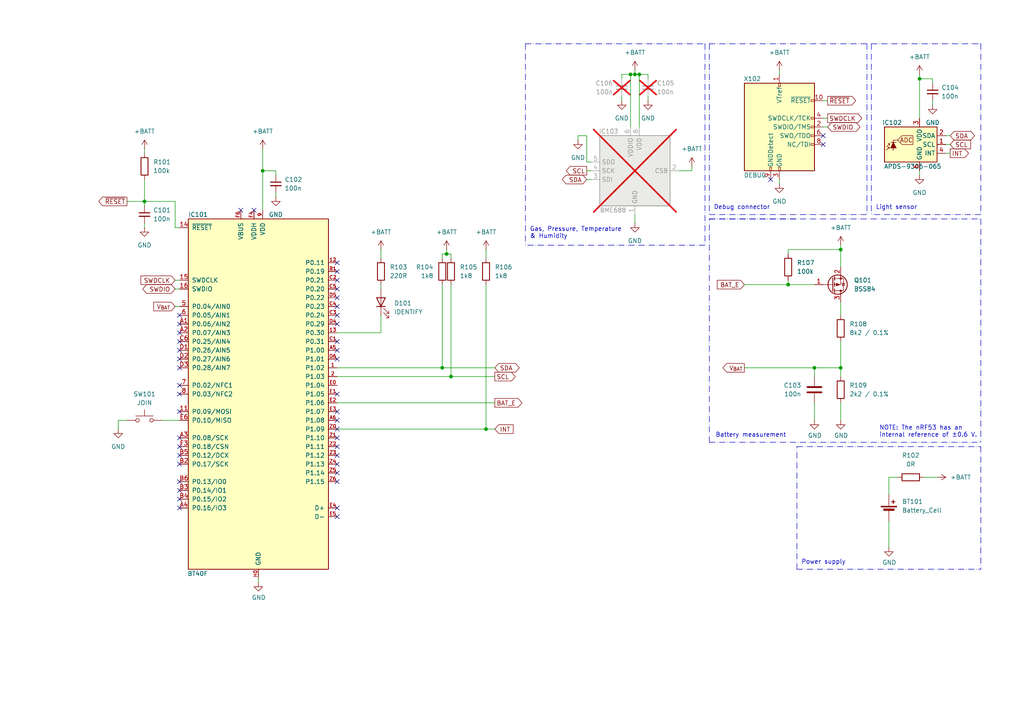
<source format=kicad_sch>
(kicad_sch (version 20231120) (generator "eeschema") (generator_version "8.0")
  (paper "A4")
  (title_block (title "BeeLight") (date "2024-12-14") (rev "1") (comment 1 "https://github.com/Kampi/BeeLight"))
  (lib_symbols
    (symbol "Bosch:BME688"
      (property "Reference" "IC" (at -8.89 11.43 0))
      (property "Value" "BME688" (at -6.35 -11.43 0))
      (symbol "BME688_0_1"
        (rectangle (start -10.16 10.16) (end 10.16 -10.16) (stroke (width 0.254)) (fill (type background)))
      )
      (symbol "BME688_1_1"
        (pin power_in line (at 0 -12.7 90) (length 2.54) (name "GND") (number "1"))
        (pin input line (at 12.7 0 180) (length 2.54) (name "CSB") (number "2"))
        (pin bidirectional line (at -12.7 -2.54 0) (length 2.54) (name "SDI") (number "3"))
        (pin input line (at -12.7 0 0) (length 2.54) (name "SCK") (number "4"))
        (pin bidirectional line (at -12.7 2.54 0) (length 2.54) (name "SDO") (number "5"))
        (pin power_in line (at -1.27 12.7 270) (length 2.54) (name "VDDIO") (number "6"))
        (pin power_in line (at 0 -12.7 90) (length 2.54) hide (name "GND") (number "7"))
        (pin power_in line (at 1.27 12.7 270) (length 2.54) (name "VDD") (number "8"))
      )
    )
    (symbol "Connector:Conn_ARM_JTAG_SWD_10" (pin_names (offset 1.016))
      (property "Reference" "J" (at -2.54 16.51 0))
      (property "Value" "Conn_ARM_JTAG_SWD_10" (at -2.54 13.97 0))
      (symbol "Conn_ARM_JTAG_SWD_10_0_1"
        (rectangle (start -10.16 12.7) (end 10.16 -12.7) (stroke (width 0.254)) (fill (type background)))
        (rectangle (start -2.794 -12.7) (end -2.286 -11.684))
        (rectangle (start -0.254 -12.7) (end 0.254 -11.684))
        (rectangle (start -0.254 12.7) (end 0.254 11.684))
        (rectangle (start 9.144 2.286) (end 10.16 2.794))
        (rectangle (start 10.16 -2.794) (end 9.144 -2.286))
        (rectangle (start 10.16 -0.254) (end 9.144 0.254))
        (rectangle (start 10.16 7.874) (end 9.144 7.366))
      )
      (symbol "Conn_ARM_JTAG_SWD_10_1_1"
        (rectangle (start 9.144 -5.334) (end 10.16 -4.826))
        (pin power_in line (at 0 15.24 270) (length 2.54) (name "VTref") (number "1"))
        (pin open_collector line (at 12.7 7.62 180) (length 2.54) (name "~{RESET}") (number "10"))
        (pin bidirectional line (at 12.7 0 180) (length 2.54) (name "SWDIO/TMS") (number "2"))
        (pin power_in line (at 0 -15.24 90) (length 2.54) (name "GND") (number "3"))
        (pin output line (at 12.7 2.54 180) (length 2.54) (name "SWDCLK/TCK") (number "4"))
        (pin passive line (at 0 -15.24 90) (length 2.54) hide (name "GND") (number "5"))
        (pin input line (at 12.7 -2.54 180) (length 2.54) (name "SWO/TDO") (number "6"))
        (pin no_connect line (at -10.16 0 0) (length 2.54) hide (name "KEY") (number "7"))
        (pin output line (at 12.7 -5.08 180) (length 2.54) (name "NC/TDI") (number "8"))
        (pin passive line (at -2.54 -15.24 90) (length 2.54) (name "GNDDetect") (number "9"))
      )
    )
    (symbol "Device:Battery_Cell" (pin_numbers hide) (pin_names (offset 0) hide)
      (property "Reference" "BT" (at 2.54 2.54 0))
      (property "Value" "Battery_Cell" (at 2.54 0 0))
      (symbol "Battery_Cell_0_1"
        (rectangle (start -2.286 1.778) (end 2.286 1.524) (fill (type outline)))
        (rectangle (start -1.524 1.016) (end 1.524 0.508) (fill (type outline)))
        (polyline (pts (xy 0 0.762) (xy 0 0)))
        (polyline (pts (xy 0 1.778) (xy 0 2.54)))
        (polyline (pts (xy 0.762 3.048) (xy 1.778 3.048)) (stroke (width 0.254)))
        (polyline (pts (xy 1.27 3.556) (xy 1.27 2.54)) (stroke (width 0.254)))
      )
      (symbol "Battery_Cell_1_1"
        (pin passive line (at 0 5.08 270) (length 2.54) (name "+") (number "1"))
        (pin passive line (at 0 -2.54 90) (length 2.54) (name "-") (number "2"))
      )
    )
    (symbol "Device:C" (pin_numbers hide) (pin_names (offset 0.254))
      (property "Reference" "C" (at 0.635 2.54 0))
      (property "Value" "C" (at 0.635 -2.54 0))
      (symbol "C_0_1"
        (polyline (pts (xy -2.032 -0.762) (xy 2.032 -0.762)) (stroke (width 0.508)))
        (polyline (pts (xy -2.032 0.762) (xy 2.032 0.762)) (stroke (width 0.508)))
      )
      (symbol "C_1_1"
        (pin passive line (at 0 3.81 270) (length 2.794) (name "~") (number "1"))
        (pin passive line (at 0 -3.81 90) (length 2.794) (name "~") (number "2"))
      )
    )
    (symbol "Device:C_Small" (pin_numbers hide) (pin_names (offset 0.254) hide)
      (property "Reference" "C" (at 0.254 1.778 0))
      (property "Value" "C_Small" (at 0.254 -2.032 0))
      (symbol "C_Small_0_1"
        (polyline (pts (xy -1.524 -0.508) (xy 1.524 -0.508)) (stroke (width 0.3302)))
        (polyline (pts (xy -1.524 0.508) (xy 1.524 0.508)) (stroke (width 0.3048)))
      )
      (symbol "C_Small_1_1"
        (pin passive line (at 0 2.54 270) (length 2.032) (name "~") (number "1"))
        (pin passive line (at 0 -2.54 90) (length 2.032) (name "~") (number "2"))
      )
    )
    (symbol "Device:LED" (pin_numbers hide) (pin_names (offset 1.016) hide)
      (property "Reference" "D" (at 0 2.54 0))
      (property "Value" "LED" (at 0 -2.54 0))
      (symbol "LED_0_1"
        (polyline (pts (xy -1.27 -1.27) (xy -1.27 1.27)) (stroke (width 0.254)))
        (polyline (pts (xy -1.27 0) (xy 1.27 0)))
        (polyline (pts (xy 1.27 -1.27) (xy 1.27 1.27) (xy -1.27 0) (xy 1.27 -1.27)) (stroke (width 0.254)))
        (polyline (pts (xy -3.048 -0.762) (xy -4.572 -2.286) (xy -3.81 -2.286) (xy -4.572 -2.286) (xy -4.572 -1.524)))
        (polyline (pts (xy -1.778 -0.762) (xy -3.302 -2.286) (xy -2.54 -2.286) (xy -3.302 -2.286) (xy -3.302 -1.524)))
      )
      (symbol "LED_1_1"
        (pin passive line (at -3.81 0 0) (length 2.54) (name "K") (number "1"))
        (pin passive line (at 3.81 0 180) (length 2.54) (name "A") (number "2"))
      )
    )
    (symbol "Device:R" (pin_numbers hide) (pin_names (offset 0))
      (property "Reference" "R" (at 2.032 0 90))
      (property "Value" "R" (at 0 0 90))
      (symbol "R_0_1"
        (rectangle (start -1.016 -2.54) (end 1.016 2.54) (stroke (width 0.254)))
      )
      (symbol "R_1_1"
        (pin passive line (at 0 3.81 270) (length 1.27) (name "~") (number "1"))
        (pin passive line (at 0 -3.81 90) (length 1.27) (name "~") (number "2"))
      )
    )
    (symbol "Fanstel:BT40F" (pin_names (offset 1.016))
      (property "Reference" "IC" (at -20.32 51.689 0))
      (property "Value" "BT40F" (at -20.32 -53.34 0))
      (symbol "BT40F_0_0"
        (rectangle (start -20.32 50.8) (end 20.32 -50.8) (stroke (width 0.254)) (fill (type background)))
        (pin bidirectional line (at 22.86 7.62 180) (length 2.54) (name "P1.02") (number "1"))
        (pin bidirectional line (at -22.86 -5.08 0) (length 2.54) (name "P0.09/MOSI") (number "11"))
        (pin bidirectional line (at 22.86 38.1 180) (length 2.54) (name "P0.11") (number "12"))
        (pin bidirectional line (at 22.86 17.78 180) (length 2.54) (name "P0.30") (number "13"))
        (pin input line (at -22.86 48.26 0) (length 2.54) (name "~{RESET}") (number "14"))
        (pin bidirectional line (at -22.86 30.48 0) (length 2.54) (name "SWDIO") (number "16"))
        (pin bidirectional line (at 22.86 5.08 180) (length 2.54) (name "P1.03") (number "2"))
        (pin no_connect line (at 22.86 -43.18 180) (length 2.54) hide (name "NC") (number "3"))
        (pin no_connect line (at 22.86 -38.1 180) (length 2.54) hide (name "NC") (number "4"))
        (pin bidirectional line (at -22.86 25.4 0) (length 2.54) (name "P0.04/AIN0") (number "5"))
        (pin bidirectional line (at -22.86 22.86 0) (length 2.54) (name "P0.05/AIN1") (number "6"))
        (pin bidirectional line (at -22.86 2.54 0) (length 2.54) (name "P0.02/NFC1") (number "7"))
        (pin bidirectional line (at -22.86 0 0) (length 2.54) (name "P0.03/NFC2") (number "8"))
        (pin power_in line (at 1.27 53.34 270) (length 2.54) (name "VDD") (number "9"))
        (pin power_in line (at 0 -53.34 90) (length 2.54) hide (name "GND") (number "A0"))
        (pin bidirectional line (at -22.86 20.32 0) (length 2.54) (name "P0.06/AIN2") (number "A1"))
        (pin bidirectional line (at -22.86 17.78 0) (length 2.54) (name "P0.07/AIN3") (number "A2"))
        (pin bidirectional line (at -22.86 -12.7 0) (length 2.54) (name "P0.08/SCK") (number "A3"))
        (pin bidirectional line (at -22.86 -33.02 0) (length 2.54) (name "P0.16/IO3") (number "A4"))
        (pin bidirectional line (at 22.86 12.7 180) (length 2.54) (name "P1.00") (number "A5"))
        (pin bidirectional line (at 22.86 -7.62 180) (length 2.54) (name "P1.08") (number "A6"))
        (pin power_in line (at 0 -53.34 90) (length 2.54) hide (name "GND") (number "B0"))
        (pin bidirectional line (at 22.86 35.56 180) (length 2.54) (name "P0.19") (number "B1"))
        (pin bidirectional line (at -22.86 -20.32 0) (length 2.54) (name "P0.17/SCK") (number "B2"))
        (pin bidirectional line (at -22.86 -27.94 0) (length 2.54) (name "P0.14/IO1") (number "B3"))
        (pin bidirectional line (at -22.86 -30.48 0) (length 2.54) (name "P0.15/IO2") (number "B4"))
        (pin bidirectional line (at -22.86 -17.78 0) (length 2.54) (name "P0.12/DCX") (number "B5"))
        (pin bidirectional line (at -22.86 -25.4 0) (length 2.54) (name "P0.13/IO0") (number "B6"))
        (pin power_in line (at 0 -53.34 90) (length 2.54) hide (name "GND") (number "C0"))
        (pin bidirectional line (at 22.86 15.24 180) (length 2.54) (name "P0.31") (number "C1"))
        (pin bidirectional line (at 22.86 33.02 180) (length 2.54) (name "P0.21") (number "C2"))
        (pin bidirectional line (at 22.86 22.86 180) (length 2.54) (name "P0.24") (number "C3"))
        (pin bidirectional line (at 22.86 25.4 180) (length 2.54) (name "P0.23") (number "C4"))
        (pin bidirectional line (at 22.86 30.48 180) (length 2.54) (name "P0.20") (number "C5"))
        (pin bidirectional line (at -22.86 15.24 0) (length 2.54) (name "P0.25/AIN4") (number "C6"))
        (pin power_in line (at 0 -53.34 90) (length 2.54) hide (name "GND") (number "D0"))
        (pin bidirectional line (at -22.86 12.7 0) (length 2.54) (name "P0.26/AIN5") (number "D1"))
        (pin bidirectional line (at -22.86 10.16 0) (length 2.54) (name "P0.27/AIN6") (number "D2"))
        (pin bidirectional line (at -22.86 7.62 0) (length 2.54) (name "P0.28/AIN7") (number "D3"))
        (pin bidirectional line (at 22.86 20.32 180) (length 2.54) (name "P0.29") (number "D4"))
        (pin bidirectional line (at 22.86 27.94 180) (length 2.54) (name "P0.22") (number "D5"))
        (pin bidirectional line (at 22.86 10.16 180) (length 2.54) (name "P1.01") (number "D6"))
        (pin bidirectional line (at 22.86 2.54 180) (length 2.54) (name "P1.04") (number "E0"))
        (pin bidirectional line (at 22.86 0 180) (length 2.54) (name "P1.05") (number "E1"))
        (pin bidirectional line (at 22.86 -2.54 180) (length 2.54) (name "P1.06") (number "E2"))
        (pin bidirectional line (at 22.86 -5.08 180) (length 2.54) (name "P1.07") (number "E3"))
        (pin bidirectional line (at 22.86 -33.02 180) (length 2.54) (name "D+") (number "E4"))
        (pin bidirectional line (at 22.86 -35.56 180) (length 2.54) (name "D-") (number "E5"))
        (pin bidirectional line (at -22.86 -7.62 0) (length 2.54) (name "P0.10/MISO") (number "E6"))
        (pin bidirectional line (at -22.86 -15.24 0) (length 2.54) (name "P0.18/CSN") (number "F3"))
        (pin power_in line (at -1.27 53.34 270) (length 2.54) (name "VDDH") (number "F4"))
        (pin no_connect line (at 22.86 -40.64 180) (length 2.54) hide (name "NC") (number "F5"))
        (pin power_in line (at -5.08 53.34 270) (length 2.54) (name "VBUS") (number "F6"))
        (pin power_in line (at 0 -53.34 90) (length 2.54) (name "GND") (number "H0"))
        (pin power_in line (at 0 -53.34 90) (length 2.54) hide (name "GND") (number "H1"))
        (pin power_in line (at 0 -53.34 90) (length 2.54) hide (name "GND") (number "H2"))
        (pin power_in line (at 0 -53.34 90) (length 2.54) hide (name "GND") (number "H3"))
        (pin bidirectional line (at 22.86 -10.16 180) (length 2.54) (name "P1.09") (number "Z0"))
        (pin bidirectional line (at 22.86 -12.7 180) (length 2.54) (name "P1.10") (number "Z1"))
        (pin bidirectional line (at 22.86 -15.24 180) (length 2.54) (name "P1.11") (number "Z2"))
        (pin bidirectional line (at 22.86 -17.78 180) (length 2.54) (name "P1.12") (number "Z3"))
        (pin bidirectional line (at 22.86 -20.32 180) (length 2.54) (name "P1.13") (number "Z4"))
        (pin bidirectional line (at 22.86 -22.86 180) (length 2.54) (name "P1.14") (number "Z5"))
        (pin bidirectional line (at 22.86 -25.4 180) (length 2.54) (name "P1.15") (number "Z6"))
      )
      (symbol "BT40F_1_0"
        (pin power_in line (at 0 -53.34 90) (length 2.54) hide (name "GND") (number "10"))
        (pin input line (at -22.86 33.02 0) (length 2.54) (name "SWDCLK") (number "15"))
      )
    )
    (symbol "Sensor_Optical:APDS-9306-065"
      (property "Reference" "U" (at -6.35 6.35 0))
      (property "Value" "APDS-9306-065" (at 3.81 6.35 0))
      (symbol "APDS-9306-065_0_0"
        (polyline (pts (xy -3.81 1.27) (xy -2.54 2.54) (xy 0.635 2.54) (xy 0.635 0) (xy -2.54 0) (xy -3.81 1.27)))
        (text "ADC" (at -1.27 1.27 0) (effects (font (size 1.27 1.27))))
      )
      (symbol "APDS-9306-065_0_1"
        (rectangle (start -7.62 5.08) (end 7.62 -5.08) (stroke (width 0.254)) (fill (type background)))
      )
      (symbol "APDS-9306-065_1_0"
        (polyline (pts (xy -5.08 -1.524) (xy -5.08 1.27) (xy -3.81 1.27)))
      )
      (symbol "APDS-9306-065_1_1"
        (polyline (pts (xy -6.223 -0.762) (xy -7.112 -1.651)))
        (polyline (pts (xy -6.223 -0.762) (xy -6.731 -0.762)))
        (polyline (pts (xy -6.223 -0.762) (xy -6.223 -1.27)))
        (polyline (pts (xy -6.096 0.254) (xy -6.985 -0.635)))
        (polyline (pts (xy -6.096 0.254) (xy -6.604 0.254)))
        (polyline (pts (xy -6.096 0.254) (xy -6.096 -0.254)))
        (polyline (pts (xy -5.842 0.635) (xy -4.191 0.635)))
        (polyline (pts (xy -4.826 -1.524) (xy -5.334 -1.524)))
        (polyline (pts (xy -5.842 -1.016) (xy -4.191 -1.016) (xy -5.08 0.635) (xy -5.842 -1.016)) (fill (type outline)))
        (pin input line (at 10.16 0 180) (length 2.54) (name "SCL") (number "1"))
        (pin bidirectional line (at 10.16 2.54 180) (length 2.54) (name "SDA") (number "2"))
        (pin power_in line (at 2.54 7.62 270) (length 2.54) (name "VDD") (number "3"))
        (pin open_collector line (at 10.16 -2.54 180) (length 2.54) (name "INT") (number "4"))
        (pin no_connect line (at -7.62 2.54 0) (length 2.54) hide (name "NC") (number "5"))
        (pin power_in line (at 2.54 -7.62 90) (length 2.54) (name "GND") (number "6"))
      )
    )
    (symbol "Switch:SW_Push" (pin_numbers hide) (pin_names (offset 1.016) hide)
      (property "Reference" "SW" (at 1.27 2.54 0))
      (property "Value" "SW_Push" (at 0 -1.524 0))
      (symbol "SW_Push_0_1"
        (circle (center -2.032 0) (radius 0.508))
        (polyline (pts (xy 0 1.27) (xy 0 3.048)))
        (polyline (pts (xy 2.54 1.27) (xy -2.54 1.27)))
        (circle (center 2.032 0) (radius 0.508))
        (pin passive line (at -5.08 0 0) (length 2.54) (name "1") (number "1"))
        (pin passive line (at 5.08 0 180) (length 2.54) (name "2") (number "2"))
      )
    )
    (symbol "Transistor_FET:BSS84" (pin_names hide)
      (property "Reference" "Q" (at 5.08 1.905 0))
      (property "Value" "BSS84" (at 5.08 0 0))
      (symbol "BSS84_0_1"
        (polyline (pts (xy 0.254 0) (xy -2.54 0)))
        (polyline (pts (xy 0.254 1.905) (xy 0.254 -1.905)) (stroke (width 0.254)))
        (polyline (pts (xy 0.762 -1.27) (xy 0.762 -2.286)) (stroke (width 0.254)))
        (polyline (pts (xy 0.762 0.508) (xy 0.762 -0.508)) (stroke (width 0.254)))
        (polyline (pts (xy 0.762 2.286) (xy 0.762 1.27)) (stroke (width 0.254)))
        (polyline (pts (xy 2.54 2.54) (xy 2.54 1.778)))
        (polyline (pts (xy 2.54 -2.54) (xy 2.54 0) (xy 0.762 0)))
        (polyline (pts (xy 0.762 1.778) (xy 3.302 1.778) (xy 3.302 -1.778) (xy 0.762 -1.778)))
        (polyline (pts (xy 2.286 0) (xy 1.27 0.381) (xy 1.27 -0.381) (xy 2.286 0)) (fill (type outline)))
        (polyline (pts (xy 2.794 -0.508) (xy 2.921 -0.381) (xy 3.683 -0.381) (xy 3.81 -0.254)))
        (polyline (pts (xy 3.302 -0.381) (xy 2.921 0.254) (xy 3.683 0.254) (xy 3.302 -0.381)))
        (circle (center 1.651 0) (radius 2.794) (stroke (width 0.254)))
        (circle (center 2.54 -1.778) (radius 0.254) (fill (type outline)))
        (circle (center 2.54 1.778) (radius 0.254) (fill (type outline)))
      )
      (symbol "BSS84_1_1"
        (pin input line (at -5.08 0 0) (length 2.54) (name "G") (number "1"))
        (pin passive line (at 2.54 -5.08 90) (length 2.54) (name "S") (number "2"))
        (pin passive line (at 2.54 5.08 270) (length 2.54) (name "D") (number "3"))
      )
    )
    (symbol "power:+BATT" (power) (pin_numbers hide) (pin_names (offset 0) hide)
      (property "Value" "+BATT" (at 0 3.556 0))
      (symbol "+BATT_0_1"
        (polyline (pts (xy -0.762 1.27) (xy 0 2.54)))
        (polyline (pts (xy 0 0) (xy 0 2.54)))
        (polyline (pts (xy 0 2.54) (xy 0.762 1.27)))
      )
      (symbol "+BATT_1_1"
        (pin power_in line (at 0 0 90) (length 0) (name "~") (number "1"))
      )
    )
    (symbol "power:GND" (power) (pin_numbers hide) (pin_names (offset 0) hide)
      (property "Value" "GND" (at 0 -3.81 0))
      (symbol "GND_0_1"
        (polyline (pts (xy 0 0) (xy 0 -1.27) (xy 1.27 -1.27) (xy 0 -2.54) (xy -1.27 -1.27) (xy 0 -1.27)))
      )
      (symbol "GND_1_1"
        (pin power_in line (at 0 0 270) (length 0) (name "~") (number "1"))
      )
    )
  )
  (junction (at 140.97 124.46))
  (junction (at 236.22 106.68))
  (junction (at 129.54 73.66))
  (junction (at 130.81 109.22))
  (junction (at 185.42 21.59))
  (junction (at 41.91 58.42))
  (junction (at 128.27 106.68))
  (junction (at 182.88 21.59))
  (junction (at 266.7 22.86))
  (junction (at 243.84 72.39))
  (junction (at 243.84 106.68))
  (junction (at 184.15 21.59))
  (junction (at 228.6 82.55))
  (junction (at 76.2 49.53))
  (no_connect (at 97.79 149.86))
  (no_connect (at 97.79 139.7))
  (no_connect (at 97.79 101.6))
  (no_connect (at 52.07 99.06))
  (no_connect (at 52.07 106.68))
  (no_connect (at 97.79 81.28))
  (no_connect (at 97.79 76.2))
  (no_connect (at 52.07 134.62))
  (no_connect (at 52.07 144.78))
  (no_connect (at 97.79 147.32))
  (no_connect (at 223.52 52.07))
  (no_connect (at 52.07 127))
  (no_connect (at 52.07 139.7))
  (no_connect (at 52.07 142.24))
  (no_connect (at 97.79 99.06))
  (no_connect (at 73.66 60.96))
  (no_connect (at 97.79 91.44))
  (no_connect (at 52.07 129.54))
  (no_connect (at 97.79 83.82))
  (no_connect (at 52.07 91.44))
  (no_connect (at 52.07 147.32))
  (no_connect (at 97.79 114.3))
  (no_connect (at 97.79 88.9))
  (no_connect (at 97.79 137.16))
  (no_connect (at 97.79 134.62))
  (no_connect (at 97.79 132.08))
  (no_connect (at 238.76 41.91))
  (no_connect (at 97.79 104.14))
  (no_connect (at 97.79 86.36))
  (no_connect (at 52.07 132.08))
  (no_connect (at 97.79 121.92))
  (no_connect (at 52.07 114.3))
  (no_connect (at 97.79 127))
  (no_connect (at 97.79 78.74))
  (no_connect (at 52.07 101.6))
  (no_connect (at 97.79 124.46))
  (no_connect (at 52.07 96.52))
  (no_connect (at 97.79 129.54))
  (no_connect (at 52.07 104.14))
  (no_connect (at 97.79 93.98))
  (no_connect (at 97.79 119.38))
  (no_connect (at 52.07 119.38))
  (no_connect (at 52.07 111.76))
  (no_connect (at 69.85 60.96))
  (no_connect (at 238.76 39.37))
  (no_connect (at 52.07 93.98))
  (wire (pts (xy 266.7 21.59) (xy 266.7 22.86)))
  (wire (pts (xy 238.76 34.29) (xy 240.03 34.29)))
  (wire (pts (xy 130.81 109.22) (xy 143.51 109.22)))
  (wire (pts (xy 236.22 116.84) (xy 236.22 121.92)))
  (wire (pts (xy 50.8 83.82) (xy 52.07 83.82)))
  (wire (pts (xy 129.54 73.66) (xy 130.81 73.66)))
  (polyline (pts (xy 205.74 62.23) (xy 251.46 62.23)) (stroke (width 0) (type dash_dot)))
  (wire (pts (xy 170.18 46.99) (xy 171.45 46.99)))
  (wire (pts (xy 243.84 71.12) (xy 243.84 72.39)))
  (polyline (pts (xy 252.73 12.7) (xy 284.48 12.7)) (stroke (width 0) (type dash_dot)))
  (wire (pts (xy 76.2 43.18) (xy 76.2 49.53)))
  (wire (pts (xy 274.32 41.91) (xy 275.59 41.91)))
  (wire (pts (xy 274.32 44.45) (xy 275.59 44.45)))
  (wire (pts (xy 236.22 106.68) (xy 236.22 109.22)))
  (wire (pts (xy 110.49 82.55) (xy 110.49 83.82)))
  (wire (pts (xy 80.01 50.8) (xy 80.01 49.53)))
  (wire (pts (xy 267.97 138.43) (xy 271.78 138.43)))
  (wire (pts (xy 128.27 106.68) (xy 143.51 106.68)))
  (wire (pts (xy 243.84 72.39) (xy 243.84 77.47)))
  (polyline (pts (xy 205.74 128.27) (xy 284.48 128.27)) (stroke (width 0) (type dash_dot)))
  (wire (pts (xy 200.66 49.53) (xy 200.66 48.26)))
  (polyline (pts (xy 284.48 12.7) (xy 284.48 62.23)) (stroke (width 0) (type dash_dot)))
  (wire (pts (xy 243.84 99.06) (xy 243.84 106.68)))
  (wire (pts (xy 228.6 82.55) (xy 236.22 82.55)))
  (wire (pts (xy 170.18 52.07) (xy 171.45 52.07)))
  (wire (pts (xy 236.22 106.68) (xy 243.84 106.68)))
  (wire (pts (xy 243.84 106.68) (xy 243.84 109.22)))
  (wire (pts (xy 129.54 72.39) (xy 129.54 73.66)))
  (wire (pts (xy 34.29 121.92) (xy 34.29 124.46)))
  (wire (pts (xy 228.6 73.66) (xy 228.6 72.39)))
  (wire (pts (xy 238.76 29.21) (xy 240.03 29.21)))
  (polyline (pts (xy 252.73 12.7) (xy 252.73 62.23)) (stroke (width 0) (type dash_dot)))
  (wire (pts (xy 180.34 21.59) (xy 182.88 21.59)))
  (wire (pts (xy 185.42 21.59) (xy 185.42 36.83)))
  (wire (pts (xy 226.06 52.07) (xy 226.06 53.34)))
  (wire (pts (xy 97.79 109.22) (xy 130.81 109.22)))
  (wire (pts (xy 50.8 88.9) (xy 52.07 88.9)))
  (wire (pts (xy 110.49 72.39) (xy 110.49 74.93)))
  (wire (pts (xy 110.49 91.44) (xy 110.49 96.52)))
  (polyline (pts (xy 284.48 62.23) (xy 252.73 62.23)) (stroke (width 0) (type dash_dot)))
  (wire (pts (xy 243.84 91.44) (xy 243.84 87.63)))
  (wire (pts (xy 182.88 21.59) (xy 182.88 36.83)))
  (wire (pts (xy 41.91 52.07) (xy 41.91 58.42)))
  (wire (pts (xy 257.81 143.51) (xy 257.81 138.43)))
  (polyline (pts (xy 204.47 12.7) (xy 204.47 71.12)) (stroke (width 0) (type dash_dot)))
  (wire (pts (xy 185.42 21.59) (xy 187.96 21.59)))
  (wire (pts (xy 130.81 82.55) (xy 130.81 109.22)))
  (polyline (pts (xy 205.74 12.7) (xy 251.46 12.7)) (stroke (width 0) (type dash_dot)))
  (wire (pts (xy 184.15 62.23) (xy 184.15 64.77)))
  (wire (pts (xy 274.32 39.37) (xy 275.59 39.37)))
  (wire (pts (xy 170.18 49.53) (xy 171.45 49.53)))
  (polyline (pts (xy 231.14 129.54) (xy 284.48 129.54)) (stroke (width 0) (type dash_dot)))
  (wire (pts (xy 184.15 21.59) (xy 182.88 21.59)))
  (polyline (pts (xy 152.4 12.7) (xy 204.47 12.7)) (stroke (width 0) (type dash_dot)))
  (wire (pts (xy 50.8 58.42) (xy 50.8 66.04)))
  (polyline (pts (xy 231.14 165.1) (xy 284.48 165.1)) (stroke (width 0) (type dash_dot)))
  (wire (pts (xy 36.83 121.92) (xy 34.29 121.92)))
  (polyline (pts (xy 205.74 63.5) (xy 284.48 63.5)) (stroke (width 0) (type dash_dot)))
  (wire (pts (xy 97.79 124.46) (xy 140.97 124.46)))
  (wire (pts (xy 257.81 138.43) (xy 260.35 138.43)))
  (polyline (pts (xy 205.74 12.7) (xy 205.74 62.23)) (stroke (width 0) (type dash_dot)))
  (wire (pts (xy 187.96 21.59) (xy 187.96 22.86)))
  (wire (pts (xy 266.7 22.86) (xy 270.51 22.86)))
  (wire (pts (xy 257.81 151.13) (xy 257.81 158.75)))
  (wire (pts (xy 266.7 49.53) (xy 266.7 50.8)))
  (wire (pts (xy 130.81 73.66) (xy 130.81 74.93)))
  (wire (pts (xy 184.15 20.32) (xy 184.15 21.59)))
  (wire (pts (xy 41.91 59.69) (xy 41.91 58.42)))
  (wire (pts (xy 180.34 21.59) (xy 180.34 22.86)))
  (wire (pts (xy 80.01 55.88) (xy 80.01 57.15)))
  (wire (pts (xy 76.2 49.53) (xy 80.01 49.53)))
  (wire (pts (xy 215.9 106.68) (xy 236.22 106.68)))
  (wire (pts (xy 238.76 36.83) (xy 240.03 36.83)))
  (polyline (pts (xy 205.74 128.27) (xy 205.74 63.5)) (stroke (width 0) (type dash_dot)))
  (wire (pts (xy 76.2 49.53) (xy 76.2 60.96)))
  (wire (pts (xy 228.6 81.28) (xy 228.6 82.55)))
  (polyline (pts (xy 251.46 12.7) (xy 251.46 62.23)) (stroke (width 0) (type dash_dot)))
  (polyline (pts (xy 205.74 63.5) (xy 231.14 63.5)) (stroke (width 0) (type dash_dot)))
  (polyline (pts (xy 284.48 63.5) (xy 284.48 128.27)) (stroke (width 0) (type dash_dot)))
  (wire (pts (xy 184.15 21.59) (xy 185.42 21.59)))
  (polyline (pts (xy 152.4 12.7) (xy 152.4 71.12)) (stroke (width 0) (type dash_dot)))
  (wire (pts (xy 97.79 116.84) (xy 143.51 116.84)))
  (wire (pts (xy 140.97 82.55) (xy 140.97 124.46)))
  (wire (pts (xy 110.49 96.52) (xy 97.79 96.52)))
  (wire (pts (xy 41.91 43.18) (xy 41.91 44.45)))
  (wire (pts (xy 270.51 24.13) (xy 270.51 22.86)))
  (wire (pts (xy 50.8 81.28) (xy 52.07 81.28)))
  (wire (pts (xy 215.9 82.55) (xy 228.6 82.55)))
  (wire (pts (xy 46.99 121.92) (xy 52.07 121.92)))
  (polyline (pts (xy 284.48 129.54) (xy 284.48 165.1)) (stroke (width 0) (type dash_dot)))
  (wire (pts (xy 140.97 124.46) (xy 143.51 124.46)))
  (wire (pts (xy 226.06 20.32) (xy 226.06 21.59)))
  (wire (pts (xy 170.18 39.37) (xy 170.18 46.99)))
  (wire (pts (xy 140.97 72.39) (xy 140.97 74.93)))
  (wire (pts (xy 50.8 66.04) (xy 52.07 66.04)))
  (wire (pts (xy 129.54 73.66) (xy 128.27 73.66)))
  (wire (pts (xy 41.91 64.77) (xy 41.91 66.04)))
  (wire (pts (xy 167.64 40.64) (xy 167.64 39.37)))
  (wire (pts (xy 180.34 27.94) (xy 180.34 29.21)))
  (wire (pts (xy 97.79 106.68) (xy 128.27 106.68)))
  (wire (pts (xy 228.6 72.39) (xy 243.84 72.39)))
  (wire (pts (xy 270.51 29.21) (xy 270.51 30.48)))
  (wire (pts (xy 266.7 22.86) (xy 266.7 34.29)))
  (wire (pts (xy 128.27 82.55) (xy 128.27 106.68)))
  (polyline (pts (xy 204.47 71.12) (xy 152.4 71.12)) (stroke (width 0) (type dash_dot)))
  (wire (pts (xy 128.27 73.66) (xy 128.27 74.93)))
  (wire (pts (xy 36.83 58.42) (xy 41.91 58.42)))
  (wire (pts (xy 167.64 39.37) (xy 170.18 39.37)))
  (wire (pts (xy 243.84 121.92) (xy 243.84 116.84)))
  (polyline (pts (xy 231.14 165.1) (xy 231.14 129.54)) (stroke (width 0) (type dash_dot)))
  (wire (pts (xy 196.85 49.53) (xy 200.66 49.53)))
  (wire (pts (xy 187.96 27.94) (xy 187.96 29.21)))
  (wire (pts (xy 41.91 58.42) (xy 50.8 58.42)))
  (wire (pts (xy 74.93 167.64) (xy 74.93 168.91)))
  (text "Debug connector" (at 207.01 60.96 0) (effects (font (size 1.27 1.27)) (justify left bottom)))
  (text "Gas, Pressure, Temperature\n& Humidity" (at 153.67 69.342 0) (effects (font (size 1.27 1.27)) (justify left bottom)))
  (text "NOTE: The nRF53 has an\ninternal reference of ±0.6 V." (at 255.016 125.222 0) (effects (font (size 1.27 1.27)) (justify left)))
  (text "Light sensor" (at 254 60.96 0) (effects (font (size 1.27 1.27)) (justify left bottom)))
  (text "Battery measurement" (at 207.518 127 0) (effects (font (size 1.27 1.27)) (justify left bottom)))
  (text "Power supply" (at 232.41 163.83 0) (effects (font (size 1.27 1.27)) (justify left bottom)))
  (global_label "~{RESET}" (shape output) (at 240.03 29.21 0) (property "Intersheetrefs" "${INTERSHEET_REFS}" (effects (hide yes))))
  (global_label "SDA" (shape bidirectional) (at 143.51 106.68 0) (property "Intersheetrefs" "${INTERSHEET_REFS}" (effects (hide yes))))
  (global_label "SWDCLK" (shape output) (at 240.03 34.29 0) (property "Intersheetrefs" "${INTERSHEET_REFS}" (effects (hide yes))))
  (global_label "SCL" (shape input) (at 275.59 41.91 0) (property "Intersheetrefs" "${INTERSHEET_REFS}" (effects (hide yes))))
  (global_label "SCL" (shape output) (at 143.51 109.22 0) (property "Intersheetrefs" "${INTERSHEET_REFS}" (effects (hide yes))))
  (global_label "~{RESET}" (shape output) (at 36.83 58.42 180) (property "Intersheetrefs" "${INTERSHEET_REFS}" (effects (hide yes))))
  (global_label "SDA" (shape bidirectional) (at 170.18 52.07 180) (property "Intersheetrefs" "${INTERSHEET_REFS}" (effects (hide yes))))
  (global_label "INT" (shape output) (at 275.59 44.45 0) (property "Intersheetrefs" "${INTERSHEET_REFS}" (effects (hide yes))))
  (global_label "SWDIO" (shape bidirectional) (at 50.8 83.82 180) (property "Intersheetrefs" "${INTERSHEET_REFS}" (effects (hide yes))))
  (global_label "SCL" (shape output) (at 170.18 49.53 180) (property "Intersheetrefs" "${INTERSHEET_REFS}" (effects (hide yes))))
  (global_label "SWDCLK" (shape input) (at 50.8 81.28 180) (property "Intersheetrefs" "${INTERSHEET_REFS}" (effects (hide yes))))
  (global_label "V_{BAT}" (shape output) (at 215.9 106.68 180) (property "Intersheetrefs" "${INTERSHEET_REFS}" (effects (hide yes))))
  (global_label "SDA" (shape bidirectional) (at 275.59 39.37 0) (property "Intersheetrefs" "${INTERSHEET_REFS}" (effects (hide yes))))
  (global_label "SWDIO" (shape bidirectional) (at 240.03 36.83 0) (property "Intersheetrefs" "${INTERSHEET_REFS}" (effects (hide yes))))
  (global_label "INT" (shape input) (at 143.51 124.46 0) (property "Intersheetrefs" "${INTERSHEET_REFS}" (effects (hide yes))))
  (global_label "BAT_E" (shape input) (at 215.9 82.55 180) (property "Intersheetrefs" "${INTERSHEET_REFS}" (effects (hide yes))))
  (global_label "BAT_E" (shape output) (at 143.51 116.84 0) (property "Intersheetrefs" "${INTERSHEET_REFS}" (effects (hide yes))))
  (global_label "V_{BAT}" (shape input) (at 50.8 88.9 180) (property "Intersheetrefs" "${INTERSHEET_REFS}" (effects (hide yes))))
  (symbol (lib_id "Sensor_Optical:APDS-9306-065") (at 264.16 41.91 0) (unit 1)
    (property "Reference" "IC102" (at 261.62 35.56 0) (effects (justify right)))
    (property "Value" "APDS-9306-065" (at 273.05 48.26 0) (effects (justify right)))
    (property "Footprint" "Broadcom:Broadcom_DFN-6_2x2mm_P0.65mm" (effects (hide yes)))
    (property "Datasheet" "https://docs.broadcom.com/docs/AV02-4755EN" (effects (hide yes)))
    (property "manf" "Broadcom / Avago" (effects (hide yes)))
    (property "manf#" " APDS-9306-065" (effects (hide yes)))
    (property "mouser#" "630-APDS-9306-065" (effects (hide yes)))
  )
  (symbol (lib_id "Device:C_Small") (at 270.51 26.67 0) (mirror y) (unit 1)
    (property "Reference" "C104" (at 273.05 25.4063 0) (effects (justify right)))
    (property "Value" "100n" (at 273.05 27.9463 0) (effects (justify right)))
    (property "Footprint" "Capacitor_SMD:C_0402_1005Metric_Pad0.74x0.62mm_HandSolder" (effects (hide yes)))
    (property "Datasheet" "https://www.mouser.de/datasheet/2/40/KGM_X7R-3223212.pdf" (effects (hide yes)))
    (property "manf" "KYOCERA AVX" (effects (hide yes)))
    (property "manf#" "04025C104KAT4A" (effects (hide yes)))
    (property "mouser#" "581-04025C104KAT4A" (effects (hide yes)))
  )
  (symbol (lib_id "power:+BATT") (at 41.91 43.18 0) (unit 1)
    (property "Reference" "#PWR0103" (effects (hide yes)))
    (property "Value" "+BATT" (at 41.91 38.1 0))
    (property "Description" "Power symbol creates a global label with name \"+BATT\"" (effects (hide yes)))
  )
  (symbol (lib_id "power:GND") (at 184.15 64.77 0) (unit 1)
    (property "Reference" "#PWR0123" (effects (hide yes)))
    (property "Value" "GND" (at 184.15 69.85 0))
    (property "Description" "Power symbol creates a global label with name \"GND\" , ground" (effects (hide yes)))
  )
  (symbol (lib_id "power:+BATT") (at 140.97 72.39 0) (unit 1)
    (property "Reference" "#PWR0111" (effects (hide yes)))
    (property "Value" "+BATT" (at 140.97 67.31 0))
    (property "Description" "Power symbol creates a global label with name \"+BATT\"" (effects (hide yes)))
  )
  (symbol (lib_id "Device:R") (at 140.97 78.74 0) (unit 1)
    (property "Reference" "R106" (at 143.51 77.4699 0) (effects (justify left)))
    (property "Value" "1k8" (at 143.51 80.0099 0) (effects (justify left)))
    (property "Footprint" "Resistor_SMD:R_0402_1005Metric_Pad0.72x0.64mm_HandSolder" (effects (hide yes)))
    (property "Datasheet" "https://www.mouser.de/datasheet/2/447/YAGEO_PYu_RC_Group_51_RoHS_L_12-3313492.pdf" (effects (hide yes)))
    (property "Description" "Resistor" (effects (hide yes)))
    (property "manf" "YAGEO" (effects (hide yes)))
    (property "manf#" "RC0402FR-071K8L" (effects (hide yes)))
    (property "mouser#" "603-RC0402FR-071K8L" (effects (hide yes)))
  )
  (symbol (lib_id "Device:Battery_Cell") (at 257.81 148.59 0) (unit 1)
    (property "Reference" "BT101" (at 261.62 145.4784 0) (effects (justify left)))
    (property "Value" "Battery_Cell" (at 261.62 148.0184 0) (effects (justify left)))
    (property "Footprint" "Keystone:3002" (effects (hide yes)))
    (property "Datasheet" "https://eu.mouser.com/datasheet/2/215/002-745381.pdf" (effects (hide yes)))
    (property "Description" "Single-cell battery" (effects (hide yes)))
    (property "manf" "Keystone" (effects (hide yes)))
    (property "manf#" "3002" (effects (hide yes)))
    (property "mouser#" "534-3002" (effects (hide yes)))
  )
  (symbol (lib_id "power:GND") (at 187.96 29.21 0) (unit 1)
    (property "Reference" "#PWR0124" (effects (hide yes)))
    (property "Value" "GND" (at 187.96 34.29 0))
    (property "Description" "Power symbol creates a global label with name \"GND\" , ground" (effects (hide yes)))
  )
  (symbol (lib_id "power:GND") (at 41.91 66.04 0) (unit 1)
    (property "Reference" "#PWR0104" (effects (hide yes)))
    (property "Value" "GND" (at 41.91 71.12 0))
    (property "Description" "Power symbol creates a global label with name \"GND\" , ground" (effects (hide yes)))
  )
  (symbol (lib_id "Device:LED") (at 110.49 87.63 90) (unit 1)
    (property "Reference" "D101" (at 114.3 87.9474 90) (effects (justify right)))
    (property "Value" "IDENTIFY" (at 114.3 90.4874 90) (effects (justify right)))
    (property "Footprint" "LED_SMD:LED_0805_2012Metric_Pad1.15x1.40mm_HandSolder" (effects (hide yes)))
    (property "Datasheet" "https://www.mouser.de/datasheet/2/678/hsmq_c170_t0000_ds100-2498198.pdf" (effects (hide yes)))
    (property "Description" "Light emitting diode" (effects (hide yes)))
    (property "manf" "Broadcom / Avago" (effects (hide yes)))
    (property "manf#" "HSMQ-C170-T0000" (effects (hide yes)))
    (property "mouser#" "630-HSMQ-C170-T0000" (effects (hide yes)))
  )
  (symbol (lib_id "power:GND") (at 34.29 124.46 0) (unit 1)
    (property "Reference" "#PWR0102" (effects (hide yes)))
    (property "Value" "GND" (at 34.29 129.54 0))
    (property "Description" "Power symbol creates a global label with name \"GND\" , ground" (effects (hide yes)))
  )
  (symbol (lib_id "Switch:SW_Push") (at 41.91 121.92 0) (unit 1)
    (property "Reference" "SW101" (at 41.91 114.3 0))
    (property "Value" "JOIN" (at 41.91 116.84 0))
    (property "Footprint" "Wuerth:WS-TASV-6x6" (effects (hide yes)))
    (property "Datasheet" "https://www.we-online.com/components/products/datasheet/430182130816.pdf" (effects (hide yes)))
    (property "Description" "Push button switch, generic, two pins" (effects (hide yes)))
    (property "manf" "Wurth Elektronik" (effects (hide yes)))
    (property "manf#" "430182095816" (effects (hide yes)))
    (property "mouser#" "710-430182095816" (effects (hide yes)))
  )
  (symbol (lib_id "Device:R") (at 228.6 77.47 0) (unit 1)
    (property "Reference" "R107" (at 231.14 76.2 0) (effects (justify left)))
    (property "Value" "100k" (at 231.14 78.74 0) (effects (justify left)))
    (property "Footprint" "Resistor_SMD:R_0402_1005Metric_Pad0.72x0.64mm_HandSolder" (effects (hide yes)))
    (property "Datasheet" "https://www.mouser.de/datasheet/2/447/YAGEO_PYu_RC_Group_51_RoHS_L_12-3313492.pdf" (effects (hide yes)))
    (property "Description" "Resistor" (effects (hide yes)))
    (property "manf" "YAGEO" (effects (hide yes)))
    (property "manf#" "RC0402FR-07100KL" (effects (hide yes)))
    (property "mouser#" "603-RC0402FR-07100KL" (effects (hide yes)))
  )
  (symbol (lib_id "power:+BATT") (at 200.66 48.26 0) (unit 1)
    (property "Reference" "#PWR0125" (effects (hide yes)))
    (property "Value" "+BATT" (at 200.66 43.18 0))
    (property "Description" "Power symbol creates a global label with name \"+BATT\"" (effects (hide yes)))
  )
  (symbol (lib_id "power:GND") (at 180.34 29.21 0) (unit 1)
    (property "Reference" "#PWR0120" (effects (hide yes)))
    (property "Value" "GND" (at 180.34 34.29 0))
    (property "Description" "Power symbol creates a global label with name \"GND\" , ground" (effects (hide yes)))
  )
  (symbol (lib_id "Transistor_FET:BSS84") (at 241.3 82.55 0) (mirror x) (unit 1)
    (property "Reference" "Q101" (at 247.65 81.28 0) (effects (justify left)))
    (property "Value" "BSS84" (at 247.65 83.82 0) (effects (justify left)))
    (property "Footprint" "Package_TO_SOT_SMD:SOT-23-3" (effects (hide yes)))
    (property "Datasheet" "https://www.mouser.de/datasheet/2/308/1/BSS84_D-2310226.pdf" (effects (hide yes)))
    (property "Description" "-0.13A Id, -50V Vds, P-Channel MOSFET, SOT-23" (effects (hide yes)))
    (property "manf" "onsemi / Fairchild" (effects (hide yes)))
    (property "manf#" "BSS84" (effects (hide yes)))
    (property "mouser#" "512-BSS84" (effects (hide yes)))
  )
  (symbol (lib_id "Device:C") (at 236.22 113.03 0) (mirror y) (unit 1)
    (property "Reference" "C103" (at 232.41 111.76 0) (effects (justify left)))
    (property "Value" "100n" (at 232.41 114.3 0) (effects (justify left)))
    (property "Footprint" "Capacitor_SMD:C_0402_1005Metric_Pad0.74x0.62mm_HandSolder" (effects (hide yes)))
    (property "Datasheet" "https://www.mouser.de/datasheet/2/40/KGM_X7R-3223212.pdf" (effects (hide yes)))
    (property "Description" "Unpolarized capacitor" (effects (hide yes)))
    (property "manf" "KYOCERA AVX" (effects (hide yes)))
    (property "manf#" "04025C104KAT4A" (effects (hide yes)))
    (property "mouser#" "581-04025C104KAT4A" (effects (hide yes)))
  )
  (symbol (lib_id "power:GND") (at 167.64 40.64 0) (unit 1)
    (property "Reference" "#PWR0119" (effects (hide yes)))
    (property "Value" "GND" (at 167.64 45.72 0))
    (property "Description" "Power symbol creates a global label with name \"GND\" , ground" (effects (hide yes)))
  )
  (symbol (lib_id "Device:R") (at 243.84 95.25 0) (unit 1)
    (property "Reference" "R108" (at 246.38 93.98 0) (effects (justify left)))
    (property "Value" "8k2 / 0.1%" (at 246.38 96.52 0) (effects (justify left)))
    (property "Footprint" "Resistor_SMD:R_0402_1005Metric_Pad0.72x0.64mm_HandSolder" (effects (hide yes)))
    (property "Datasheet" "https://www.mouser.de/datasheet/2/447/PYu_RT_1_to_0_01_RoHS_L_15-3461507.pdf" (effects (hide yes)))
    (property "Description" "Resistor" (effects (hide yes)))
    (property "manf" "Yageo" (effects (hide yes)))
    (property "manf#" "RT0402BRD078K2L" (effects (hide yes)))
    (property "mouser#" "603-RT0402BRD078K2L" (effects (hide yes)))
  )
  (symbol (lib_id "power:GND") (at 80.01 57.15 0) (unit 1)
    (property "Reference" "#PWR0108" (effects (hide yes)))
    (property "Value" "GND" (at 80.01 62.23 0))
    (property "Description" "Power symbol creates a global label with name \"GND\" , ground" (effects (hide yes)))
  )
  (symbol (lib_id "power:+BATT") (at 110.49 72.39 0) (unit 1)
    (property "Reference" "#PWR0109" (effects (hide yes)))
    (property "Value" "+BATT" (at 110.49 67.31 0))
    (property "Description" "Power symbol creates a global label with name \"+BATT\"" (effects (hide yes)))
  )
  (symbol (lib_id "power:+BATT") (at 184.15 20.32 0) (unit 1)
    (property "Reference" "#PWR0122" (effects (hide yes)))
    (property "Value" "+BATT" (at 184.15 15.24 0))
    (property "Description" "Power symbol creates a global label with name \"+BATT\"" (effects (hide yes)))
  )
  (symbol (lib_id "power:+BATT") (at 243.84 71.12 0) (unit 1)
    (property "Reference" "#PWR0115" (effects (hide yes)))
    (property "Value" "+BATT" (at 243.84 66.04 0))
    (property "Description" "Power symbol creates a global label with name \"+BATT\"" (effects (hide yes)))
  )
  (symbol (lib_id "Device:R") (at 128.27 78.74 0) (unit 1)
    (property "Reference" "R104" (at 125.73 77.4699 0) (effects (justify right)))
    (property "Value" "1k8" (at 125.73 80.0099 0) (effects (justify right)))
    (property "Footprint" "Resistor_SMD:R_0402_1005Metric_Pad0.72x0.64mm_HandSolder" (effects (hide yes)))
    (property "Datasheet" "https://www.mouser.de/datasheet/2/447/YAGEO_PYu_RC_Group_51_RoHS_L_12-3313492.pdf" (effects (hide yes)))
    (property "Description" "Resistor" (effects (hide yes)))
    (property "manf" "YAGEO" (effects (hide yes)))
    (property "manf#" "RC0402FR-071K8L" (effects (hide yes)))
    (property "mouser#" "603-RC0402FR-071K8L" (effects (hide yes)))
  )
  (symbol (lib_id "Device:C_Small") (at 41.91 62.23 0) (mirror y) (unit 1)
    (property "Reference" "C101" (at 44.45 60.9663 0) (effects (justify right)))
    (property "Value" "100n" (at 44.45 63.5063 0) (effects (justify right)))
    (property "Footprint" "Capacitor_SMD:C_0402_1005Metric_Pad0.74x0.62mm_HandSolder" (effects (hide yes)))
    (property "Datasheet" "https://www.mouser.de/datasheet/2/40/KGM_X7R-3223212.pdf" (effects (hide yes)))
    (property "manf" "KYOCERA AVX" (effects (hide yes)))
    (property "manf#" "04025C104KAT4A" (effects (hide yes)))
    (property "mouser#" "581-04025C104KAT4A" (effects (hide yes)))
  )
  (symbol (lib_id "Device:R") (at 110.49 78.74 0) (unit 1)
    (property "Reference" "R103" (at 113.03 77.4699 0) (effects (justify left)))
    (property "Value" "220R" (at 113.03 80.0099 0) (effects (justify left)))
    (property "Footprint" "Resistor_SMD:R_0402_1005Metric_Pad0.72x0.64mm_HandSolder" (effects (hide yes)))
    (property "Datasheet" "https://www.mouser.de/datasheet/2/54/cr-1858361.pdf" (effects (hide yes)))
    (property "Description" "Resistor" (effects (hide yes)))
    (property "manf" "Bourns" (effects (hide yes)))
    (property "manf#" "CR0402-JW-221GLF" (effects (hide yes)))
    (property "mouser#" "652-CR0402-JW-221GLF" (effects (hide yes)))
  )
  (symbol (lib_id "power:+BATT") (at 271.78 138.43 270) (unit 1)
    (property "Reference" "#PWR0105" (effects (hide yes)))
    (property "Value" "+BATT" (at 275.59 138.4299 90) (effects (justify left)))
    (property "Description" "Power symbol creates a global label with name \"+BATT\"" (effects (hide yes)))
  )
  (symbol (lib_id "Bosch:BME688") (at 184.15 49.53 0) (unit 1) (in_bom no) (dnp yes)
    (property "Reference" "IC103" (at 176.53 38.1 0))
    (property "Value" "BME688" (at 177.8 60.96 0))
    (property "Footprint" "Bosch:Bosch_LGA-8_3x3mm_P0.8mm_ClockwisePinNumbering" (effects (hide yes)))
    (property "Datasheet" "https://www.bosch-sensortec.com/media/boschsensortec/downloads/datasheets/bst-bme688-ds000.pdf" (effects (hide yes)))
    (property "Description" "4-in-1 sensor, gas, humidity, pressure, temperature, I2C and SPI interface, 1.71-3.6V, LGA-8" (effects (hide yes)))
    (property "manf" "Bosch" (effects (hide yes)))
    (property "manf#" "BME688" (effects (hide yes)))
    (property "mouser#" "262-BME688" (effects (hide yes)))
  )
  (symbol (lib_id "power:GND") (at 243.84 121.92 0) (unit 1)
    (property "Reference" "#PWR0116" (effects (hide yes)))
    (property "Value" "GND" (at 243.967 126.3142 0))
    (property "Description" "Power symbol creates a global label with name \"GND\" , ground" (effects (hide yes)))
  )
  (symbol (lib_id "power:GND") (at 270.51 30.48 0) (unit 1)
    (property "Reference" "#PWR0117" (effects (hide yes)))
    (property "Value" "GND" (at 270.51 35.56 0))
    (property "Description" "Power symbol creates a global label with name \"GND\" , ground" (effects (hide yes)))
  )
  (symbol (lib_id "Device:R") (at 243.84 113.03 0) (unit 1)
    (property "Reference" "R109" (at 246.38 111.76 0) (effects (justify left)))
    (property "Value" "2k2 / 0.1%" (at 246.38 114.3 0) (effects (justify left)))
    (property "Footprint" "Resistor_SMD:R_0402_1005Metric_Pad0.72x0.64mm_HandSolder" (effects (hide yes)))
    (property "Datasheet" "https://www.mouser.de/datasheet/2/447/PYu_RT_1_to_0_01_RoHS_L_15-3461507.pdf" (effects (hide yes)))
    (property "Description" "Resistor" (effects (hide yes)))
    (property "manf" "YAGEO" (effects (hide yes)))
    (property "manf#" "RT0402BRD072K2L" (effects (hide yes)))
    (property "mouser#" "603-RT0402BRD072K2L" (effects (hide yes)))
  )
  (symbol (lib_id "Connector:Conn_ARM_JTAG_SWD_10") (at 226.06 36.83 0) (unit 1)
    (property "Reference" "X102" (at 220.726 22.86 0) (effects (justify right)))
    (property "Value" "DEBUG" (at 222.25 50.8 0) (effects (justify right)))
    (property "Footprint" "Connector_PinHeader_1.27mm:PinHeader_2x05_P1.27mm_Vertical" (effects (hide yes)))
    (property "Datasheet" "http://infocenter.arm.com/help/topic/com.arm.doc.ddi0314h/DDI0314H_coresight_components_trm.pdf" (effects (hide yes)))
    (property "manf" "Samtec" (effects (hide yes)))
    (property "manf#" "SHF-105-01-L-D-TH-TR" (effects (hide yes)))
    (property "mouser#" "200-SHF-105-01-L-D-TH-TR" (effects (hide yes)))
  )
  (symbol (lib_id "Device:R") (at 41.91 48.26 0) (unit 1)
    (property "Reference" "R101" (at 44.45 46.99 0) (effects (justify left)))
    (property "Value" "100k" (at 44.45 49.53 0) (effects (justify left)))
    (property "Footprint" "Resistor_SMD:R_0402_1005Metric_Pad0.72x0.64mm_HandSolder" (effects (hide yes)))
    (property "Datasheet" "https://www.mouser.de/datasheet/2/447/YAGEO_PYu_RC_Group_51_RoHS_L_12-3313492.pdf" (effects (hide yes)))
    (property "Description" "Resistor" (effects (hide yes)))
    (property "manf" "YAGEO" (effects (hide yes)))
    (property "manf#" "RC0402FR-07100KL" (effects (hide yes)))
    (property "mouser#" "603-RC0402FR-07100KL" (effects (hide yes)))
  )
  (symbol (lib_id "Device:R") (at 130.81 78.74 0) (unit 1)
    (property "Reference" "R105" (at 133.35 77.4699 0) (effects (justify left)))
    (property "Value" "1k8" (at 133.35 80.0099 0) (effects (justify left)))
    (property "Footprint" "Resistor_SMD:R_0402_1005Metric_Pad0.72x0.64mm_HandSolder" (effects (hide yes)))
    (property "Datasheet" "https://www.mouser.de/datasheet/2/447/YAGEO_PYu_RC_Group_51_RoHS_L_12-3313492.pdf" (effects (hide yes)))
    (property "Description" "Resistor" (effects (hide yes)))
    (property "manf" "YAGEO" (effects (hide yes)))
    (property "manf#" "RC0402FR-071K8L" (effects (hide yes)))
    (property "mouser#" "603-RC0402FR-071K8L" (effects (hide yes)))
  )
  (symbol (lib_id "Device:C_Small") (at 180.34 25.4 0) (unit 1) (in_bom no) (dnp yes)
    (property "Reference" "C106" (at 177.8 24.1363 0) (effects (justify right)))
    (property "Value" "100n" (at 177.8 26.6763 0) (effects (justify right)))
    (property "Footprint" "Capacitor_SMD:C_0402_1005Metric_Pad0.74x0.62mm_HandSolder" (effects (hide yes)))
    (property "Datasheet" "https://www.mouser.de/datasheet/2/40/KGM_X7R-3223212.pdf" (effects (hide yes)))
    (property "manf" "KYOCERA AVX" (effects (hide yes)))
    (property "manf#" "04025C104KAT4A" (effects (hide yes)))
    (property "mouser#" "581-04025C104KAT4A" (effects (hide yes)))
  )
  (symbol (lib_id "power:GND") (at 226.06 53.34 0) (unit 1)
    (property "Reference" "#PWR0121" (effects (hide yes)))
    (property "Value" "GND" (at 226.06 58.42 0))
  )
  (symbol (lib_id "power:GND") (at 236.22 121.92 0) (unit 1)
    (property "Reference" "#PWR0112" (effects (hide yes)))
    (property "Value" "GND" (at 236.347 126.3142 0))
    (property "Description" "Power symbol creates a global label with name \"GND\" , ground" (effects (hide yes)))
  )
  (symbol (lib_id "power:+BATT") (at 76.2 43.18 0) (unit 1)
    (property "Reference" "#PWR0107" (effects (hide yes)))
    (property "Value" "+BATT" (at 76.2 38.1 0))
    (property "Description" "Power symbol creates a global label with name \"+BATT\"" (effects (hide yes)))
  )
  (symbol (lib_id "Fanstel:BT40F") (at 74.93 114.3 0) (unit 1)
    (property "Reference" "IC101" (at 54.61 62.23 0) (effects (justify left)))
    (property "Value" "BT40F" (at 54.356 166.37 0) (effects (justify left)))
    (property "Footprint" "Fanstel:XCVR_BT40F" (effects (hide yes)))
    (property "Datasheet" "https://static1.squarespace.com/static/561459a2e4b0b39f5cefa12e/t/66a40fc5570fa15b6261bb3b/1722027977442/BT40F_BT40N+Product+Specifications.pdf" (effects (hide yes)))
    (property "manf" "Fanstel" (effects (hide yes)))
    (property "manf#" "BT40F" (effects (hide yes)))
    (property "mouser#" "308-BT40F" (effects (hide yes)))
  )
  (symbol (lib_id "Device:C_Small") (at 80.01 53.34 0) (mirror y) (unit 1)
    (property "Reference" "C102" (at 82.55 52.0763 0) (effects (justify right)))
    (property "Value" "100n" (at 82.55 54.6163 0) (effects (justify right)))
    (property "Footprint" "Capacitor_SMD:C_0402_1005Metric_Pad0.74x0.62mm_HandSolder" (effects (hide yes)))
    (property "Datasheet" "https://www.mouser.de/datasheet/2/40/KGM_X7R-3223212.pdf" (effects (hide yes)))
    (property "manf" "KYOCERA AVX" (effects (hide yes)))
    (property "manf#" "04025C104KAT4A" (effects (hide yes)))
    (property "mouser#" "581-04025C104KAT4A" (effects (hide yes)))
  )
  (symbol (lib_id "power:+BATT") (at 129.54 72.39 0) (unit 1)
    (property "Reference" "#PWR0110" (effects (hide yes)))
    (property "Value" "+BATT" (at 129.54 67.31 0))
    (property "Description" "Power symbol creates a global label with name \"+BATT\"" (effects (hide yes)))
  )
  (symbol (lib_id "power:+BATT") (at 266.7 21.59 0) (unit 1)
    (property "Reference" "#PWR0113" (effects (hide yes)))
    (property "Value" "+BATT" (at 266.7 16.51 0))
    (property "Description" "Power symbol creates a global label with name \"+BATT\"" (effects (hide yes)))
  )
  (symbol (lib_id "power:GND") (at 74.93 168.91 0) (unit 1)
    (property "Reference" "#PWR0106" (effects (hide yes)))
    (property "Value" "GND" (at 75.057 173.3042 0))
    (property "Description" "Power symbol creates a global label with name \"GND\" , ground" (effects (hide yes)))
  )
  (symbol (lib_id "Device:R") (at 264.16 138.43 90) (unit 1)
    (property "Reference" "R102" (at 264.16 132.08 90))
    (property "Value" "0R" (at 264.16 134.62 90))
    (property "Footprint" "Resistor_SMD:R_0805_2012Metric_Pad1.20x1.40mm_HandSolder" (effects (hide yes)))
    (property "Datasheet" "https://www.mouser.de/datasheet/2/54/cr_a_as-1858644.pdf" (effects (hide yes)))
    (property "Description" "Resistor" (effects (hide yes)))
    (property "manf" "Bourns" (effects (hide yes)))
    (property "manf#" "CR0805AJ/-000EAS" (effects (hide yes)))
    (property "mouser#" "652-CR0805AJ/-000EAS" (effects (hide yes)))
  )
  (symbol (lib_id "power:GND") (at 257.81 158.75 0) (unit 1)
    (property "Reference" "#PWR0101" (effects (hide yes)))
    (property "Value" "GND" (at 257.937 163.1442 0))
    (property "Description" "Power symbol creates a global label with name \"GND\" , ground" (effects (hide yes)))
  )
  (symbol (lib_id "power:+BATT") (at 226.06 20.32 0) (unit 1)
    (property "Reference" "#PWR0118" (effects (hide yes)))
    (property "Value" "+BATT" (at 226.06 15.24 0))
    (property "Description" "Power symbol creates a global label with name \"+BATT\"" (effects (hide yes)))
  )
  (symbol (lib_id "Device:C_Small") (at 187.96 25.4 0) (mirror y) (unit 1) (in_bom no) (dnp yes)
    (property "Reference" "C105" (at 190.5 24.1363 0) (effects (justify right)))
    (property "Value" "100n" (at 190.5 26.6763 0) (effects (justify right)))
    (property "Footprint" "Capacitor_SMD:C_0402_1005Metric_Pad0.74x0.62mm_HandSolder" (effects (hide yes)))
    (property "Datasheet" "https://www.mouser.de/datasheet/2/40/KGM_X7R-3223212.pdf" (effects (hide yes)))
    (property "manf" "KYOCERA AVX" (effects (hide yes)))
    (property "manf#" "04025C104KAT4A" (effects (hide yes)))
    (property "mouser#" "581-04025C104KAT4A" (effects (hide yes)))
  )
  (symbol (lib_id "power:GND") (at 266.7 50.8 0) (unit 1)
    (property "Reference" "#PWR0114" (effects (hide yes)))
    (property "Value" "GND" (at 266.7 55.88 0))
    (property "Description" "Power symbol creates a global label with name \"GND\" , ground" (effects (hide yes)))
  )
)
</source>
